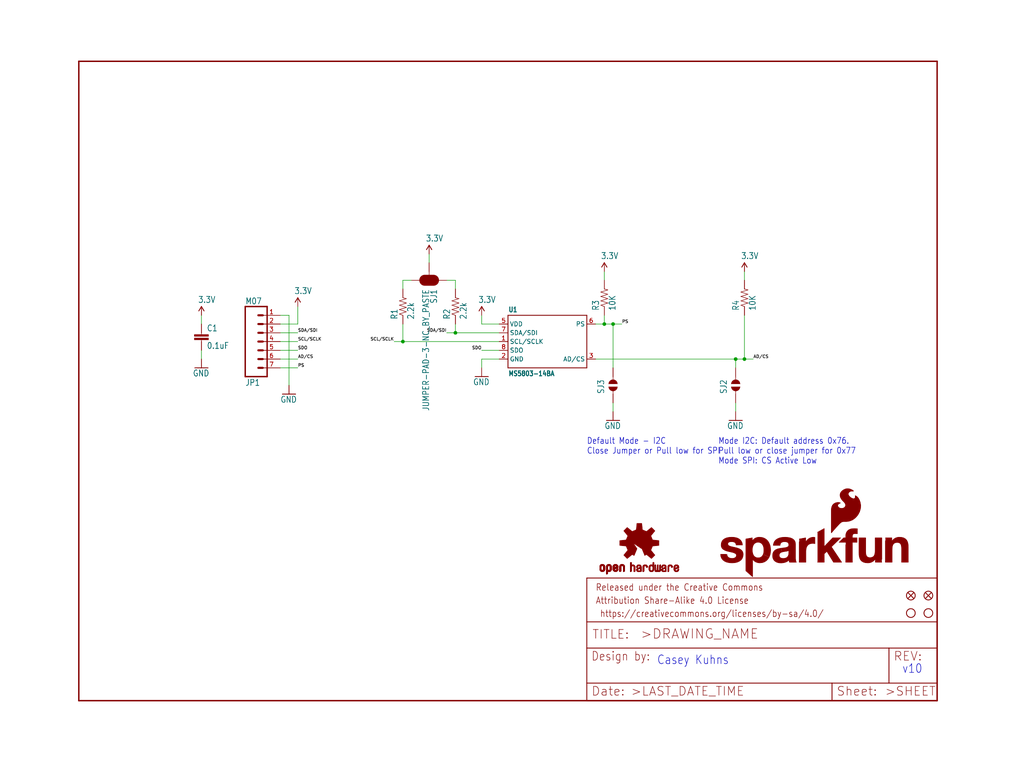
<source format=kicad_sch>
(kicad_sch (version 20211123) (generator eeschema)
  (paper "User" 297.002 223.926)
  (lib_symbols
    (symbol "schematicEagle-eagle-import:0.1UF-25V(+80{slash}-20%)(0603)"
      (property "Reference" "C" (at 1.524 2.921 0))
      (property "Value" "0.1UF-25V(+80{slash}-20%)(0603)" (at 1.524 -2.159 0))
      (symbol "0.1UF-25V(+80{slash}-20%)(0603)_1_0"
        (pin passive line (at 0 5.08 270) (length 2.54) (name "1") (number "1"))
        (pin passive line (at 0 -2.54 90) (length 2.54) (name "2") (number "2"))
      )
    )
    (symbol "schematicEagle-eagle-import:10KOHM1{slash}10W1%(0603)0603"
      (property "Reference" "R" (at -3.81 1.4986 0))
      (property "Value" "10KOHM1{slash}10W1%(0603)0603" (at -3.81 -3.302 0))
      (symbol "10KOHM1{slash}10W1%(0603)0603_1_0"
        (pin passive line (at -5.08 0 0) (length 2.54) (name "1") (number "1"))
        (pin passive line (at 5.08 0 180) (length 2.54) (name "2") (number "2"))
      )
    )
    (symbol "schematicEagle-eagle-import:2.2KOHM1{slash}10W1%(0603)"
      (property "Reference" "R" (at -3.81 1.4986 0))
      (property "Value" "2.2KOHM1{slash}10W1%(0603)" (at -3.81 -3.302 0))
      (symbol "2.2KOHM1{slash}10W1%(0603)_1_0"
        (pin passive line (at -5.08 0 0) (length 2.54) (name "1") (number "1"))
        (pin passive line (at 5.08 0 180) (length 2.54) (name "2") (number "2"))
      )
    )
    (symbol "schematicEagle-eagle-import:3.3V" (power)
      (property "Value" "3.3V" (at -1.016 3.556 0))
      (symbol "3.3V_1_0"
        (pin power_in line (at 0 0 90) (length 2.54) (name "3.3V") (number "1"))
      )
    )
    (symbol "schematicEagle-eagle-import:FIDUCIAL1X2")
    (symbol "schematicEagle-eagle-import:FRAME-LETTER"
      (symbol "FRAME-LETTER_2_0"
        (text " https://creativecommons.org/licenses/by-sa/4.0/" (at 2.54 24.13 0) (effects (font (size 1.9304 1.6408)) (justify left bottom)))
        (text ">DRAWING_NAME" (at 15.494 17.78 0) (effects (font (size 2.7432 2.7432)) (justify left bottom)))
        (text ">LAST_DATE_TIME" (at 12.7 1.27 0) (effects (font (size 2.54 2.54)) (justify left bottom)))
        (text ">SHEET" (at 86.36 1.27 0) (effects (font (size 2.54 2.54)) (justify left bottom)))
        (text "Attribution Share-Alike 4.0 License" (at 2.54 27.94 0) (effects (font (size 1.9304 1.6408)) (justify left bottom)))
        (text "Date:" (at 1.27 1.27 0) (effects (font (size 2.54 2.54)) (justify left bottom)))
        (text "Design by:" (at 1.27 11.43 0) (effects (font (size 2.54 2.159)) (justify left bottom)))
        (text "Released under the Creative Commons" (at 2.54 31.75 0) (effects (font (size 1.9304 1.6408)) (justify left bottom)))
        (text "REV:" (at 88.9 11.43 0) (effects (font (size 2.54 2.54)) (justify left bottom)))
        (text "Sheet:" (at 72.39 1.27 0) (effects (font (size 2.54 2.54)) (justify left bottom)))
        (text "TITLE:" (at 1.524 17.78 0) (effects (font (size 2.54 2.54)) (justify left bottom)))
      )
    )
    (symbol "schematicEagle-eagle-import:GND" (power)
      (property "Value" "GND" (at -2.54 -2.54 0))
      (symbol "GND_1_0"
        (pin power_in line (at 0 2.54 270) (length 2.54) (name "GND") (number "1"))
      )
    )
    (symbol "schematicEagle-eagle-import:JUMPER-PAD-3-NC_BY_PASTE"
      (property "Value" "JUMPER-PAD-3-NC_BY_PASTE" (at 2.54 -1.905 0))
      (symbol "JUMPER-PAD-3-NC_BY_PASTE_1_0"
        (pin passive line (at 0 5.08 270) (length 2.54) (name "1") (number "1"))
        (pin passive line (at -5.08 0 0) (length 2.54) (name "2") (number "2"))
        (pin passive line (at 0 -5.08 90) (length 2.54) (name "3") (number "3"))
      )
    )
    (symbol "schematicEagle-eagle-import:M07"
      (property "Reference" "JP" (at -5.08 13.462 0))
      (property "Value" "M07" (at -5.08 -10.16 0))
      (symbol "M07_1_0"
        (pin passive line (at 5.08 -5.08 180) (length 5.08) (name "1") (number "1"))
        (pin passive line (at 5.08 -2.54 180) (length 5.08) (name "2") (number "2"))
        (pin passive line (at 5.08 0 180) (length 5.08) (name "3") (number "3"))
        (pin passive line (at 5.08 2.54 180) (length 5.08) (name "4") (number "4"))
        (pin passive line (at 5.08 5.08 180) (length 5.08) (name "5") (number "5"))
        (pin passive line (at 5.08 7.62 180) (length 5.08) (name "6") (number "6"))
        (pin passive line (at 5.08 10.16 180) (length 5.08) (name "7") (number "7"))
      )
    )
    (symbol "schematicEagle-eagle-import:MS5803-14BA"
      (property "Value" "MS5803-14BA" (at 0 -2.54 0))
      (symbol "MS5803-14BA_1_0"
        (pin bidirectional line (at -2.54 7.62 0) (length 2.54) (name "SCL/SCLK") (number "1"))
        (pin bidirectional line (at -2.54 2.54 0) (length 2.54) (name "GND") (number "2"))
        (pin bidirectional line (at 25.4 2.54 180) (length 2.54) (name "AD/CS") (number "3"))
        (pin bidirectional line (at -2.54 12.7 0) (length 2.54) (name "VDD") (number "5"))
        (pin bidirectional line (at 25.4 12.7 180) (length 2.54) (name "PS") (number "6"))
        (pin bidirectional line (at -2.54 10.16 0) (length 2.54) (name "SDA/SDI") (number "7"))
        (pin bidirectional line (at -2.54 5.08 0) (length 2.54) (name "SDO") (number "8"))
      )
    )
    (symbol "schematicEagle-eagle-import:OSHW-LOGOS")
    (symbol "schematicEagle-eagle-import:SFE_LOGO_FLAME.1_INCH")
    (symbol "schematicEagle-eagle-import:SFE_LOGO_NAME_FLAME.1_INCH")
    (symbol "schematicEagle-eagle-import:SOLDERJUMPERNO"
      (property "Reference" "SJ" (at -2.54 2.54 0))
      (property "Value" "SOLDERJUMPERNO" (at -2.54 -5.08 0))
      (symbol "SOLDERJUMPERNO_1_0"
        (pin passive line (at -5.08 0 0) (length 2.54) (name "1") (number "1"))
        (pin passive line (at 5.08 0 180) (length 2.54) (name "2") (number "2"))
      )
    )
    (symbol "schematicEagle-eagle-import:STAND-OFFTIGHT")
  )
  (junction (at 175.26 93.98))
  (junction (at 132.08 96.52))
  (junction (at 215.9 104.14))
  (junction (at 116.84 99.06))
  (junction (at 177.8 93.98))
  (junction (at 213.36 104.14))
  (wire (pts (xy 144.78 101.6) (xy 139.7 101.6)))
  (wire (pts (xy 213.36 104.14) (xy 215.9 104.14)))
  (wire (pts (xy 175.26 93.98) (xy 177.8 93.98)))
  (wire (pts (xy 175.26 81.28) (xy 175.26 78.74)))
  (wire (pts (xy 132.08 81.28) (xy 132.08 83.82)))
  (wire (pts (xy 177.8 93.98) (xy 180.34 93.98)))
  (wire (pts (xy 215.9 78.74) (xy 215.9 81.28)))
  (wire (pts (xy 172.72 93.98) (xy 175.26 93.98)))
  (wire (pts (xy 81.28 104.14) (xy 86.36 104.14)))
  (wire (pts (xy 83.82 91.44) (xy 81.28 91.44)))
  (wire (pts (xy 81.28 106.68) (xy 86.36 106.68)))
  (wire (pts (xy 119.38 81.28) (xy 116.84 81.28)))
  (wire (pts (xy 139.7 91.44) (xy 139.7 93.98)))
  (wire (pts (xy 116.84 81.28) (xy 116.84 83.82)))
  (wire (pts (xy 132.08 96.52) (xy 132.08 93.98)))
  (wire (pts (xy 83.82 111.76) (xy 83.82 91.44)))
  (wire (pts (xy 81.28 101.6) (xy 86.36 101.6)))
  (wire (pts (xy 139.7 93.98) (xy 144.78 93.98)))
  (wire (pts (xy 144.78 99.06) (xy 116.84 99.06)))
  (wire (pts (xy 144.78 96.52) (xy 132.08 96.52)))
  (wire (pts (xy 58.42 104.14) (xy 58.42 101.6)))
  (wire (pts (xy 86.36 88.9) (xy 86.36 93.98)))
  (wire (pts (xy 215.9 104.14) (xy 218.44 104.14)))
  (wire (pts (xy 139.7 106.68) (xy 139.7 104.14)))
  (wire (pts (xy 58.42 91.44) (xy 58.42 93.98)))
  (wire (pts (xy 139.7 104.14) (xy 144.78 104.14)))
  (wire (pts (xy 129.54 81.28) (xy 132.08 81.28)))
  (wire (pts (xy 116.84 99.06) (xy 116.84 93.98)))
  (wire (pts (xy 116.84 99.06) (xy 114.3 99.06)))
  (wire (pts (xy 132.08 96.52) (xy 129.54 96.52)))
  (wire (pts (xy 215.9 91.44) (xy 215.9 104.14)))
  (wire (pts (xy 124.46 73.66) (xy 124.46 76.2)))
  (wire (pts (xy 213.36 104.14) (xy 213.36 106.68)))
  (wire (pts (xy 175.26 91.44) (xy 175.26 93.98)))
  (wire (pts (xy 177.8 116.84) (xy 177.8 119.38)))
  (wire (pts (xy 172.72 104.14) (xy 213.36 104.14)))
  (wire (pts (xy 213.36 119.38) (xy 213.36 116.84)))
  (wire (pts (xy 86.36 93.98) (xy 81.28 93.98)))
  (wire (pts (xy 81.28 99.06) (xy 86.36 99.06)))
  (wire (pts (xy 81.28 96.52) (xy 86.36 96.52)))
  (wire (pts (xy 177.8 93.98) (xy 177.8 106.68)))
  (text "Casey Kuhns" (at 190.5 193.04 180) (effects (font (size 2.54 2.159)) (justify left bottom)))
  (text "v10" (at 261.62 195.58 180) (effects (font (size 2.54 2.159)) (justify left bottom)))
  (text "Default Mode - I2C\nClose Jumper or Pull low for SPI" (at 170.18 127 0) (effects (font (size 1.778 1.5113)) (justify left top)))
  (text "Mode I2C: Default address 0x76.\nPull low or close jumper for 0x77\nMode SPI: CS Active Low" (at 208.28 127 0) (effects (font (size 1.778 1.5113)) (justify left top)))
  (label "SDO" (at 86.36 101.6 0) (effects (font (size 0.889 0.889))))
  (label "SDA/SDI" (at 86.36 96.52 0) (effects (font (size 0.889 0.889))))
  (label "PS" (at 180.34 93.98 0) (effects (font (size 0.889 0.889))))
  (label "SDA/SDI" (at 129.54 96.52 180) (effects (font (size 0.889 0.889))))
  (label "AD/CS" (at 86.36 104.14 0) (effects (font (size 0.889 0.889))))
  (label "SCL/SCLK" (at 114.3 99.06 180) (effects (font (size 0.889 0.889))))
  (label "SDO" (at 139.7 101.6 180) (effects (font (size 0.889 0.889))))
  (label "SCL/SCLK" (at 86.36 99.06 0) (effects (font (size 0.889 0.889))))
  (label "PS" (at 86.36 106.68 0) (effects (font (size 0.889 0.889))))
  (label "AD/CS" (at 218.44 104.14 0) (effects (font (size 0.889 0.889))))
  (symbol (lib_id "schematicEagle-eagle-import:10KOHM1{slash}10W1%(0603)0603") (at 175.26 86.36 90) (unit 1)
    (property "Reference" "R3" (at 173.7614 90.17 0) (effects (font (size 1.778 1.5113)) (justify left bottom)))
    (property "Value" "10K" (at 178.562 90.17 0) (effects (font (size 1.778 1.5113)) (justify left bottom)))
    (property "Footprint" "schematicEagle:0603-RES" (effects hide))
  )
  (symbol (lib_id "schematicEagle-eagle-import:GND") (at 177.8 121.92 0) (unit 1)
    (property "Reference" "#GND5" (effects hide))
    (property "Value" "GND" (at 175.26 124.46 0) (effects (font (size 1.778 1.5113)) (justify left bottom)))
    (property "Footprint" "schematicEagle:" (effects hide))
  )
  (symbol (lib_id "schematicEagle-eagle-import:3.3V") (at 139.7 91.44 0) (unit 1)
    (property "Reference" "#SUPPLY4" (effects hide))
    (property "Value" "3.3V" (at 138.684 87.884 0) (effects (font (size 1.778 1.5113)) (justify left bottom)))
    (property "Footprint" "schematicEagle:" (effects hide))
  )
  (symbol (lib_id "schematicEagle-eagle-import:GND") (at 139.7 109.22 0) (unit 1)
    (property "Reference" "#GND3" (effects hide))
    (property "Value" "GND" (at 137.16 111.76 0) (effects (font (size 1.778 1.5113)) (justify left bottom)))
    (property "Footprint" "schematicEagle:" (effects hide))
  )
  (symbol (lib_id "schematicEagle-eagle-import:SFE_LOGO_FLAME.1_INCH") (at 240.792 154.94 0) (unit 1)
    (property "Reference" "LOGO1" (effects hide))
    (property "Value" "SFE_LOGO_FLAME.1_INCH" (effects hide))
    (property "Footprint" "schematicEagle:SFE_LOGO_FLAME_.1" (effects hide))
  )
  (symbol (lib_id "schematicEagle-eagle-import:3.3V") (at 58.42 91.44 0) (unit 1)
    (property "Reference" "#SUPPLY2" (effects hide))
    (property "Value" "3.3V" (at 57.404 87.884 0) (effects (font (size 1.778 1.5113)) (justify left bottom)))
    (property "Footprint" "schematicEagle:" (effects hide))
  )
  (symbol (lib_id "schematicEagle-eagle-import:3.3V") (at 215.9 78.74 0) (unit 1)
    (property "Reference" "#SUPPLY7" (effects hide))
    (property "Value" "3.3V" (at 214.884 75.184 0) (effects (font (size 1.778 1.5113)) (justify left bottom)))
    (property "Footprint" "schematicEagle:" (effects hide))
  )
  (symbol (lib_id "schematicEagle-eagle-import:FRAME-LETTER") (at 22.86 203.2 0) (unit 1)
    (property "Reference" "FRAME1" (effects hide))
    (property "Value" "FRAME-LETTER" (effects hide))
    (property "Footprint" "schematicEagle:CREATIVE_COMMONS" (effects hide))
  )
  (symbol (lib_id "schematicEagle-eagle-import:MS5803-14BA") (at 147.32 106.68 0) (unit 1)
    (property "Reference" "U1" (at 147.32 88.9 0) (effects (font (size 1.4224 1.209) bold) (justify left top)))
    (property "Value" "MS5803-14BA" (at 147.32 109.22 0) (effects (font (size 1.4224 1.209) bold) (justify left bottom)))
    (property "Footprint" "schematicEagle:MS5803" (effects hide))
  )
  (symbol (lib_id "schematicEagle-eagle-import:M07") (at 76.2 96.52 0) (mirror x) (unit 1)
    (property "Reference" "JP1" (at 71.12 109.982 0) (effects (font (size 1.778 1.5113)) (justify left bottom)))
    (property "Value" "M07" (at 71.12 86.36 0) (effects (font (size 1.778 1.5113)) (justify left bottom)))
    (property "Footprint" "schematicEagle:1X07" (effects hide))
  )
  (symbol (lib_id "schematicEagle-eagle-import:JUMPER-PAD-3-NC_BY_PASTE") (at 124.46 81.28 270) (unit 1)
    (property "Reference" "SJ1" (at 124.841 83.82 0) (effects (font (size 1.778 1.5113)) (justify left bottom)))
    (property "Value" "JUMPER-PAD-3-NC_BY_PASTE" (at 122.555 83.82 0) (effects (font (size 1.778 1.5113)) (justify left bottom)))
    (property "Footprint" "schematicEagle:PAD-JUMPER-3-NC_BY_PASTE_YES_SILK_FULL_BOX" (effects hide))
  )
  (symbol (lib_id "schematicEagle-eagle-import:SOLDERJUMPERNO") (at 213.36 111.76 90) (unit 1)
    (property "Reference" "SJ2" (at 210.82 114.3 0) (effects (font (size 1.778 1.5113)) (justify left bottom)))
    (property "Value" "SOLDERJUMPERNO" (effects hide))
    (property "Footprint" "schematicEagle:SJ_2S-NO" (effects hide))
  )
  (symbol (lib_id "schematicEagle-eagle-import:SOLDERJUMPERNO") (at 177.8 111.76 90) (unit 1)
    (property "Reference" "SJ3" (at 175.26 114.3 0) (effects (font (size 1.778 1.5113)) (justify left bottom)))
    (property "Value" "SOLDERJUMPERNO" (effects hide))
    (property "Footprint" "schematicEagle:SJ_2S-NO" (effects hide))
  )
  (symbol (lib_id "schematicEagle-eagle-import:3.3V") (at 175.26 78.74 0) (unit 1)
    (property "Reference" "#SUPPLY5" (effects hide))
    (property "Value" "3.3V" (at 174.244 75.184 0) (effects (font (size 1.778 1.5113)) (justify left bottom)))
    (property "Footprint" "schematicEagle:" (effects hide))
  )
  (symbol (lib_id "schematicEagle-eagle-import:GND") (at 213.36 121.92 0) (unit 1)
    (property "Reference" "#GND6" (effects hide))
    (property "Value" "GND" (at 210.82 124.46 0) (effects (font (size 1.778 1.5113)) (justify left bottom)))
    (property "Footprint" "schematicEagle:" (effects hide))
  )
  (symbol (lib_id "schematicEagle-eagle-import:GND") (at 58.42 106.68 0) (unit 1)
    (property "Reference" "#GND1" (effects hide))
    (property "Value" "GND" (at 55.88 109.22 0) (effects (font (size 1.778 1.5113)) (justify left bottom)))
    (property "Footprint" "schematicEagle:" (effects hide))
  )
  (symbol (lib_id "schematicEagle-eagle-import:FIDUCIAL1X2") (at 269.24 172.72 0) (unit 1)
    (property "Reference" "FID1" (effects hide))
    (property "Value" "FIDUCIAL1X2" (effects hide))
    (property "Footprint" "schematicEagle:FIDUCIAL-1X2" (effects hide))
  )
  (symbol (lib_id "schematicEagle-eagle-import:STAND-OFFTIGHT") (at 264.16 177.8 0) (unit 1)
    (property "Reference" "STANDOFF2" (effects hide))
    (property "Value" "STAND-OFFTIGHT" (effects hide))
    (property "Footprint" "schematicEagle:STAND-OFF-TIGHT" (effects hide))
  )
  (symbol (lib_id "schematicEagle-eagle-import:FRAME-LETTER") (at 170.18 203.2 0) (unit 2)
    (property "Reference" "FRAME1" (effects hide))
    (property "Value" "FRAME-LETTER" (effects hide))
    (property "Footprint" "schematicEagle:CREATIVE_COMMONS" (effects hide))
  )
  (symbol (lib_id "schematicEagle-eagle-import:SFE_LOGO_NAME_FLAME.1_INCH") (at 208.28 167.64 0) (unit 1)
    (property "Reference" "LOGO2" (effects hide))
    (property "Value" "SFE_LOGO_NAME_FLAME.1_INCH" (effects hide))
    (property "Footprint" "schematicEagle:SFE_LOGO_NAME_FLAME_.1" (effects hide))
  )
  (symbol (lib_id "schematicEagle-eagle-import:FIDUCIAL1X2") (at 264.16 172.72 0) (unit 1)
    (property "Reference" "FID2" (effects hide))
    (property "Value" "FIDUCIAL1X2" (effects hide))
    (property "Footprint" "schematicEagle:FIDUCIAL-1X2" (effects hide))
  )
  (symbol (lib_id "schematicEagle-eagle-import:0.1UF-25V(+80{slash}-20%)(0603)") (at 58.42 99.06 0) (unit 1)
    (property "Reference" "C1" (at 59.944 96.139 0) (effects (font (size 1.778 1.5113)) (justify left bottom)))
    (property "Value" "0.1uF" (at 59.944 101.219 0) (effects (font (size 1.778 1.5113)) (justify left bottom)))
    (property "Footprint" "schematicEagle:0603-CAP" (effects hide))
  )
  (symbol (lib_id "schematicEagle-eagle-import:3.3V") (at 124.46 73.66 0) (unit 1)
    (property "Reference" "#SUPPLY1" (effects hide))
    (property "Value" "3.3V" (at 123.444 70.104 0) (effects (font (size 1.778 1.5113)) (justify left bottom)))
    (property "Footprint" "schematicEagle:" (effects hide))
  )
  (symbol (lib_id "schematicEagle-eagle-import:2.2KOHM1{slash}10W1%(0603)") (at 132.08 88.9 90) (unit 1)
    (property "Reference" "R2" (at 130.5814 92.71 0) (effects (font (size 1.778 1.5113)) (justify left bottom)))
    (property "Value" "2.2k" (at 135.382 92.71 0) (effects (font (size 1.778 1.5113)) (justify left bottom)))
    (property "Footprint" "schematicEagle:0603-RES" (effects hide))
  )
  (symbol (lib_id "schematicEagle-eagle-import:10KOHM1{slash}10W1%(0603)0603") (at 215.9 86.36 90) (unit 1)
    (property "Reference" "R4" (at 214.4014 90.17 0) (effects (font (size 1.778 1.5113)) (justify left bottom)))
    (property "Value" "10K" (at 219.202 90.17 0) (effects (font (size 1.778 1.5113)) (justify left bottom)))
    (property "Footprint" "schematicEagle:0603-RES" (effects hide))
  )
  (symbol (lib_id "schematicEagle-eagle-import:2.2KOHM1{slash}10W1%(0603)") (at 116.84 88.9 90) (unit 1)
    (property "Reference" "R1" (at 115.3414 92.71 0) (effects (font (size 1.778 1.5113)) (justify left bottom)))
    (property "Value" "2.2k" (at 120.142 92.71 0) (effects (font (size 1.778 1.5113)) (justify left bottom)))
    (property "Footprint" "schematicEagle:0603-RES" (effects hide))
  )
  (symbol (lib_id "schematicEagle-eagle-import:OSHW-LOGOS") (at 185.42 157.48 0) (unit 1)
    (property "Reference" "LOGO3" (effects hide))
    (property "Value" "OSHW-LOGOS" (effects hide))
    (property "Footprint" "schematicEagle:OSHW-LOGO-S" (effects hide))
  )
  (symbol (lib_id "schematicEagle-eagle-import:GND") (at 83.82 114.3 0) (unit 1)
    (property "Reference" "#GND2" (effects hide))
    (property "Value" "GND" (at 81.28 116.84 0) (effects (font (size 1.778 1.5113)) (justify left bottom)))
    (property "Footprint" "schematicEagle:" (effects hide))
  )
  (symbol (lib_id "schematicEagle-eagle-import:STAND-OFFTIGHT") (at 269.24 177.8 0) (unit 1)
    (property "Reference" "STANDOFF1" (effects hide))
    (property "Value" "STAND-OFFTIGHT" (effects hide))
    (property "Footprint" "schematicEagle:STAND-OFF-TIGHT" (effects hide))
  )
  (symbol (lib_id "schematicEagle-eagle-import:3.3V") (at 86.36 88.9 0) (unit 1)
    (property "Reference" "#SUPPLY3" (effects hide))
    (property "Value" "3.3V" (at 85.344 85.344 0) (effects (font (size 1.778 1.5113)) (justify left bottom)))
    (property "Footprint" "schematicEagle:" (effects hide))
  )
)
</source>
